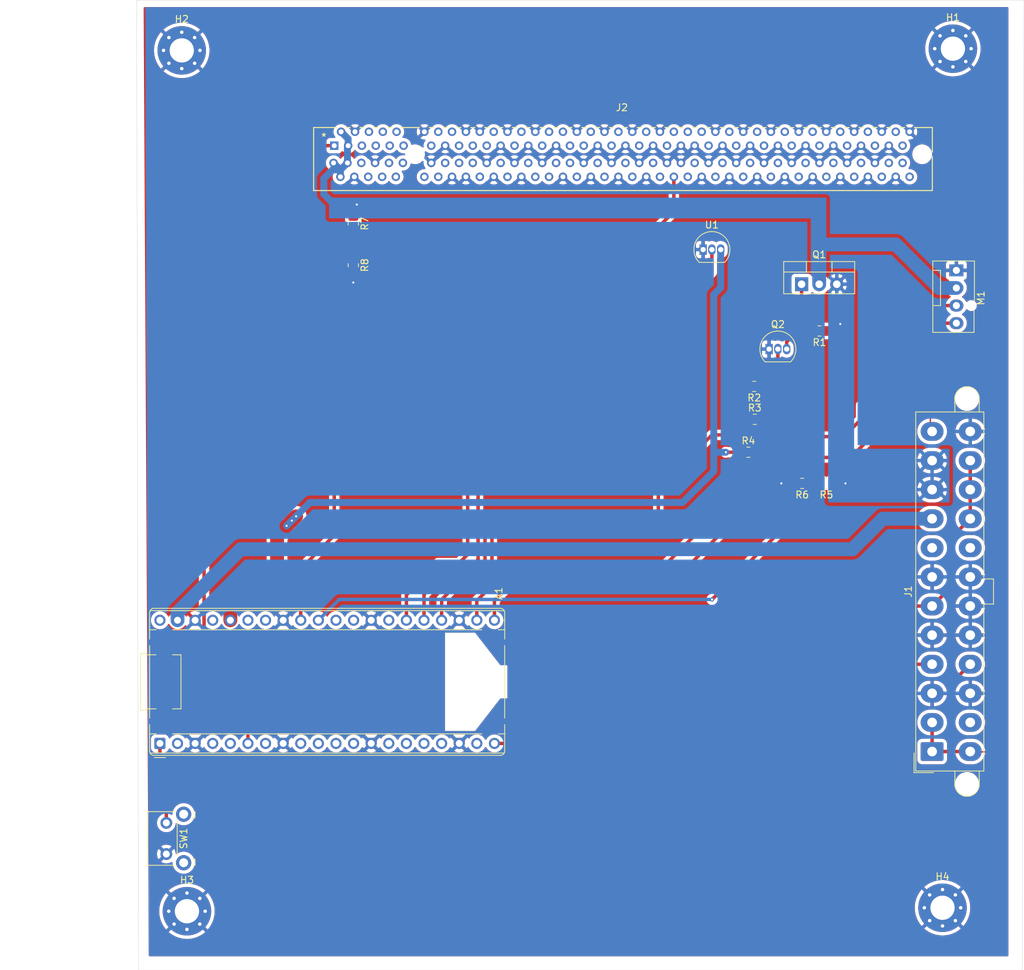
<source format=kicad_pcb>
(kicad_pcb (version 20241229) (generator "pcbnew") (generator_version "9.0")
  (layers (0 "F.Cu" signal) (2 "B.Cu" signal) (13 "F.Paste" user) (15 "B.Paste" user) (5 "F.SilkS" user "F.Silkscreen") (7 "B.SilkS" user "B.Silkscreen") (1 "F.Mask" user) (3 "B.Mask" user) (25 "Edge.Cuts" user))
  (net 0 "")
  (net 1 "+5V")
  (net 2 "+3.3V")
  (net 3 "GND")
  (net 6 "/pwr_on")
  (net 7 "/12v_level")
  (net 9 "/pci_en")
  (net 12 "/temp_sensor")
  (net 15 "/12v_pci_level")
  (net 17 "/presence")
  (net 21 "/device_on")
  (net 24 "/fan_tacho")
  (net 25 "/card_x8_present")
  (net 26 "/fan_pwm")
  (net 27 "Net-(J1-+5V-Pad21)")
  (net 28 "+12V")
  (net 29 "Net-(J1-+3.3V-Pad1)")
  (net 48 "+12V_PCI")
  (net 121 "Net-(Q1-G)")
  (net 122 "Net-(Q2-B)")
  (footprint "MountingHole:MountingHole_3.5mm_Pad_Via" (layer "F.Cu") (at 165 52)
    (property "Reference" "H1")
    (property "Value" "MountingHole_Pad" (hide yes))
  )
  (footprint "pcie_hostless:CONN_87715-9302_MOL" (layer "F.Cu") (at 75.748 66)
    (property "Reference" "J2")
    (property "Value" "877159302" (hide yes))
  )
  (footprint "Resistor_SMD:R_0805_2012Metric" (layer "F.Cu") (at 136.4125 105.5)
    (property "Reference" "R3")
    (property "Value" "1k")
  )
  (footprint "Connector_Molex:Molex_Mini-Fit_Jr_5566-24A2_2x12_P4.20mm_Vertical" (layer "F.Cu") (at 162 153.45 90)
    (property "Reference" "J1")
    (property "Value" "ATX-24")
  )
  (footprint "Package_TO_SOT_THT:TO-92_Inline" (layer "F.Cu") (at 138.48 95.36)
    (property "Reference" "Q2")
    (property "Value" "PN2222A")
  )
  (footprint "Package_TO_SOT_THT:TO-92_Inline" (layer "F.Cu") (at 128.96 81)
    (property "Reference" "U1")
    (property "Value" "DS18B20")
  )
  (footprint "Package_TO_SOT_THT:TO-220-3_Vertical" (layer "F.Cu") (at 143.17 86)
    (property "Reference" "Q1")
    (property "Value" "FQP27P06")
  )
  (footprint "Button_Switch_THT:SW_Tactile_SKHH_Angled" (layer "F.Cu") (at 51.525 168.25 90)
    (property "Reference" "SW1")
    (property "Value" "SW_Push")
  )
  (footprint "MountingHole:MountingHole_3.5mm_Pad_Via" (layer "F.Cu") (at 163.5 176)
    (property "Reference" "H4")
    (property "Value" "MountingHole_Pad" (hide yes))
  )
  (footprint "Connector:FanPinHeader_1x04_P2.54mm_Vertical" (layer "F.Cu") (at 165.5 84 -90)
    (property "Reference" "M1")
    (property "Value" "Fan_4pin")
  )
  (footprint "Module:RaspberryPi_Pico_Common_THT" (layer "F.Cu") (at 50.6 152.28 90)
    (property "Reference" "A1")
    (property "Value" "RaspberryPi_Pico_W")
  )
  (footprint "Resistor_SMD:R_0805_2012Metric" (layer "F.Cu") (at 146.75 114.75 180)
    (property "Reference" "R5")
    (property "Value" "47k")
  )
  (footprint "Resistor_SMD:R_0805_2012Metric" (layer "F.Cu") (at 78.5 77.25 -90)
    (property "Reference" "R7")
    (property "Value" "47k")
  )
  (footprint "Resistor_SMD:R_0805_2012Metric" (layer "F.Cu") (at 143.25 114.75 180)
    (property "Reference" "R6")
    (property "Value" "10k")
  )
  (footprint "MountingHole:MountingHole_3.5mm_Pad_Via" (layer "F.Cu") (at 53.75 52.25)
    (property "Reference" "H2")
    (property "Value" "MountingHole_Pad" (hide yes))
  )
  (footprint "MountingHole:MountingHole_3.5mm_Pad_Via" (layer "F.Cu") (at 54.5 176.5)
    (property "Reference" "H3")
    (property "Value" "MountingHole_Pad" (hide yes))
  )
  (footprint "Resistor_SMD:R_0805_2012Metric" (layer "F.Cu") (at 145.75 92.75 180)
    (property "Reference" "R1")
    (property "Value" "1k")
  )
  (footprint "Resistor_SMD:R_0805_2012Metric" (layer "F.Cu") (at 135.5 110.25)
    (property "Reference" "R4")
    (property "Value" "10k")
  )
  (footprint "Resistor_SMD:R_0805_2012Metric" (layer "F.Cu") (at 136.3375 100.75 180)
    (property "Reference" "R2")
    (property "Value" "10k")
  )
  (footprint "Resistor_SMD:R_0805_2012Metric" (layer "F.Cu") (at 78.5 83.25 -90)
    (property "Reference" "R8")
    (property "Value" "10k")
  )
  (gr_line (start 171.75 101.25) (end 172 151.25) (stroke (width 0.2)) (layer "F.Cu") (net 29))
  (gr_line (start 172 151.25) (end 170.25 153.5) (stroke (width 0.2)) (layer "F.Cu") (net 29))
  (gr_line (start 169.75 99.25) (end 171.75 101.25) (stroke (width 0.2)) (layer "F.Cu") (net 29))
  (gr_line (start 161.75 107) (end 161.75 101.5) (stroke (width 0.2)) (layer "F.Cu") (net 29))
  (gr_line (start 164.25 99.25) (end 169.75 99.25) (stroke (width 0.2)) (layer "F.Cu") (net 29))
  (gr_line (start 161.75 101.5) (end 164.25 99.25) (stroke (width 0.2)) (layer "F.Cu") (net 29))
  (gr_line (start 170.25 153.5) (end 168 153.5) (stroke (width 0.2)) (layer "F.Cu") (net 29))
  (gr_line (start 47.5 185) (end 47.25 45) (stroke (width 0.05)) (layer "Edge.Cuts"))
  (gr_line (start 175.25 45) (end 175 185) (stroke (width 0.05)) (layer "Edge.Cuts"))
  (gr_line (start 175 185) (end 47.5 185) (stroke (width 0.05)) (layer "Edge.Cuts"))
  (gr_line (start 47.25 45) (end 175.25 45) (stroke (width 0.05)) (layer "Edge.Cuts"))
  (segment (start 62.25863 124.25) (end 150.5 124.25) (width 2) (layer "B.Cu") (net 1))
  (segment (start 53.14 134.5) (end 53.14 133.36863) (width 2) (layer "B.Cu") (net 1))
  (segment (start 150.5 124.25) (end 154.9 119.85) (width 2) (layer "B.Cu") (net 1))
  (segment (start 53.14 133.36863) (end 62.25863 124.25) (width 2) (layer "B.Cu") (net 1))
  (segment (start 154.9 119.85) (end 162 119.85) (width 2) (layer "B.Cu") (net 1))
  (segment (start 60.76 132.24) (end 62.5 130.5) (width 2) (layer "F.Cu") (net 2))
  (segment (start 134.5875 110.25) (end 132.25 110.25) (width 0.5) (layer "F.Cu") (net 2))
  (segment (start 60.76 134.5) (end 60.76 132.24) (width 2) (layer "F.Cu") (net 2))
  (segment (start 68.875 120.875) (end 69.625 120.125) (width 2) (layer "F.Cu") (net 2))
  (segment (start 67.5 129) (end 67.5 122.25) (width 2) (layer "F.Cu") (net 2))
  (segment (start 62.5 130.5) (end 64 129) (width 2) (layer "F.Cu") (net 2))
  (segment (start 64 129) (end 67.5 129) (width 2) (layer "F.Cu") (net 2))
  (segment (start 67.5 122.25) (end 68.875 120.875) (width 2) (layer "F.Cu") (net 2))
  (segment (start 69.625 120.125) (end 70.25 119.5) (width 2) (layer "F.Cu") (net 2))
  (via (at 70.25 119.5) (size 0.6) (drill 0.3) (layers "F.Cu" "B.Cu") (net 2))
  (via (at 132.25 110.25) (size 0.6) (drill 0.3) (layers "F.Cu" "B.Cu") (net 2))
  (via (at 68.875 120.875) (size 0.6) (drill 0.3) (layers "F.Cu" "B.Cu") (net 2))
  (via (at 69.625 120.125) (size 0.6) (drill 0.3) (layers "F.Cu" "B.Cu") (net 2))
  (segment (start 130.5 110.25) (end 130.5 87.5) (width 1) (layer "B.Cu") (net 2))
  (segment (start 68.875 120.875) (end 72.25 117.5) (width 1) (layer "B.Cu") (net 2))
  (segment (start 130.5 87.5) (end 131.5 86.5) (width 1) (layer "B.Cu") (net 2))
  (segment (start 72.25 117.5) (end 126 117.5) (width 1) (layer "B.Cu") (net 2))
  (segment (start 130.5 113) (end 130.5 110.25) (width 1) (layer "B.Cu") (net 2))
  (segment (start 131.5 86.5) (end 131.5 81) (width 1) (layer "B.Cu") (net 2))
  (segment (start 126 117.5) (end 130.5 113) (width 1) (layer "B.Cu") (net 2))
  (segment (start 130.5 110.25) (end 132.25 110.25) (width 1) (layer "B.Cu") (net 2))
  (segment (start 78.5 84.1625) (end 78.5 85.75) (width 0.5) (layer "F.Cu") (net 3))
  (segment (start 142.3375 114.75) (end 140.25 114.75) (width 0.5) (layer "F.Cu") (net 3))
  (via (at 78.5 85.75) (size 0.6) (drill 0.3) (layers "F.Cu" "B.Cu") (net 3))
  (via (at 140.25 114.75) (size 0.6) (drill 0.3) (layers "F.Cu" "B.Cu") (net 3))
  (segment (start 165.35 143) (end 167.5 140.85) (width 0.5) (layer "F.Cu") (net 6))
  (segment (start 148.22 152.28) (end 157.5 143) (width 0.5) (layer "F.Cu") (net 6))
  (segment (start 98.86 152.28) (end 148.22 152.28) (width 0.5) (layer "F.Cu") (net 6))
  (segment (start 157.5 143) (end 165.35 143) (width 0.5) (layer "F.Cu") (net 6))
  (segment (start 145.25 116.5) (end 145.25 115) (width 0.5) (layer "F.Cu") (net 7))
  (segment (start 145 114.75) (end 145.8375 114.75) (width 0.5) (layer "F.Cu") (net 7))
  (segment (start 145.25 115) (end 145 114.75) (width 0.5) (layer "F.Cu") (net 7))
  (segment (start 130.25 131.5) (end 145.25 116.5) (width 0.5) (layer "F.Cu") (net 7))
  (segment (start 144.1625 114.75) (end 145 114.75) (width 0.5) (layer "F.Cu") (net 7))
  (via (at 130.25 131.5) (size 0.6) (drill 0.3) (layers "F.Cu" "B.Cu") (net 7))
  (segment (start 76.46 131.5) (end 73.46 134.5) (width 0.5) (layer "B.Cu") (net 7))
  (segment (start 130.25 131.5) (end 76.46 131.5) (width 0.5) (layer "B.Cu") (net 7))
  (segment (start 93.25 129.5) (end 91.25 131.5) (width 0.5) (layer "F.Cu") (net 9))
  (segment (start 96 129.5) (end 98.5 127) (width 0.5) (layer "F.Cu") (net 9))
  (segment (start 134.25 105.5) (end 135.5 105.5) (width 0.5) (layer "F.Cu") (net 9))
  (segment (start 133.5 106.75) (end 133.5 106.25) (width 0.5) (layer "F.Cu") (net 9))
  (segment (start 98.5 122) (end 100.25 120.25) (width 0.5) (layer "F.Cu") (net 9))
  (segment (start 130.25 107.75) (end 132.5 107.75) (width 0.5) (layer "F.Cu") (net 9))
  (segment (start 91.24 132.76) (end 91.24 134.5) (width 0.5) (layer "F.Cu") (net 9))
  (segment (start 133.5 106.25) (end 134.25 105.5) (width 0.5) (layer "F.Cu") (net 9))
  (segment (start 91.25 131.5) (end 91.25 132.75) (width 0.5) (layer "F.Cu") (net 9))
  (segment (start 91.25 132.75) (end 91.24 132.76) (width 0.5) (layer "F.Cu") (net 9))
  (segment (start 132.5 107.75) (end 133.5 106.75) (width 0.5) (layer "F.Cu") (net 9))
  (segment (start 122.5 115.5) (end 130.25 107.75) (width 0.5) (layer "F.Cu") (net 9))
  (segment (start 93.25 129.5) (end 96 129.5) (width 0.5) (layer "F.Cu") (net 9))
  (segment (start 100.25 120.25) (end 122 120.25) (width 0.5) (layer "F.Cu") (net 9))
  (segment (start 122.5 119.75) (end 122.5 115.5) (width 0.5) (layer "F.Cu") (net 9))
  (segment (start 122 120.25) (end 122.5 119.75) (width 0.5) (layer "F.Cu") (net 9))
  (segment (start 98.5 127) (end 98.5 122) (width 0.5) (layer "F.Cu") (net 9))
  (segment (start 98.25 112.75) (end 100.25 110.75) (width 0.5) (layer "F.Cu") (net 12))
  (segment (start 92 127.5) (end 94.75 127.5) (width 0.5) (layer "F.Cu") (net 12))
  (segment (start 94.75 127.5) (end 96.5 125.75) (width 0.5) (layer "F.Cu") (net 12))
  (segment (start 115 110.75) (end 118 107.75) (width 0.5) (layer "F.Cu") (net 12))
  (segment (start 98.25 114.25) (end 98.25 112.75) (width 0.5) (layer "F.Cu") (net 12))
  (segment (start 125.75 88.75) (end 130.23 84.27) (width 0.5) (layer "F.Cu") (net 12))
  (segment (start 118 101.5) (end 125.75 93.75) (width 0.5) (layer "F.Cu") (net 12))
  (segment (start 96.5 116) (end 98.25 114.25) (width 0.5) (layer "F.Cu") (net 12))
  (segment (start 118 107.75) (end 118 101.5) (width 0.5) (layer "F.Cu") (net 12))
  (segment (start 96.5 125.75) (end 96.5 116) (width 0.5) (layer "F.Cu") (net 12))
  (segment (start 88.7 130.8) (end 92 127.5) (width 0.5) (layer "F.Cu") (net 12))
  (segment (start 88.7 134.5) (end 88.7 130.8) (width 0.5) (layer "F.Cu") (net 12))
  (segment (start 130.23 84.27) (end 130.23 81) (width 0.5) (layer "F.Cu") (net 12))
  (segment (start 125.75 93.75) (end 125.75 88.75) (width 0.5) (layer "F.Cu") (net 12))
  (segment (start 100.25 110.75) (end 115 110.75) (width 0.5) (layer "F.Cu") (net 12))
  (segment (start 75.75 82) (end 75.75 122.25) (width 0.5) (layer "F.Cu") (net 15))
  (segment (start 75.75 122.25) (end 70.92 127.08) (width 0.5) (layer "F.Cu") (net 15))
  (segment (start 78.5 80) (end 77.75 80) (width 0.5) (layer "F.Cu") (net 15))
  (segment (start 77.75 80) (end 75.75 82) (width 0.5) (layer "F.Cu") (net 15))
  (segment (start 70.92 127.08) (end 70.92 134.5) (width 0.5) (layer "F.Cu") (net 15))
  (segment (start 78.5 80) (end 78.5 82.3375) (width 0.5) (layer "F.Cu") (net 15))
  (segment (start 78.5 78.1625) (end 78.5 80) (width 0.5) (layer "F.Cu") (net 15))
  (segment (start 56.969 140.219) (end 56.969 122.781) (width 0.5) (layer "F.Cu") (net 17))
  (segment (start 68.5 66) (end 75.748 66) (width 0.5) (layer "F.Cu") (net 17))
  (segment (start 66.5 113.25) (end 66.5 68) (width 0.5) (layer "F.Cu") (net 17))
  (segment (start 56.969 122.781) (end 66.5 113.25) (width 0.5) (layer "F.Cu") (net 17))
  (segment (start 63.3 146.55) (end 56.969 140.219) (width 0.5) (layer "F.Cu") (net 17))
  (segment (start 63.3 152.28) (end 63.3 146.55) (width 0.5) (layer "F.Cu") (net 17))
  (segment (start 66.5 68) (end 68.5 66) (width 0.5) (layer "F.Cu") (net 17))
  (segment (start 51.525 163.75) (end 51.525 160.525) (width 0.5) (layer "F.Cu") (net 21))
  (segment (start 51.525 160.525) (end 50.6 159.6) (width 0.5) (layer "F.Cu") (net 21))
  (segment (start 50.6 159.6) (end 50.6 152.28) (width 0.5) (layer "F.Cu") (net 21))
  (segment (start 139.75 108) (end 149.25 108) (width 0.5) (layer "F.Cu") (net 24))
  (segment (start 151.75 103.5) (end 157 98.25) (width 0.5) (layer "F.Cu") (net 24))
  (segment (start 131.5 119) (end 131 119) (width 0.5) (layer "F.Cu") (net 24))
  (segment (start 101 127) (end 96.32 131.68) (width 0.5) (layer "F.Cu") (net 24))
  (segment (start 123 127) (end 101 127) (width 0.5) (layer "F.Cu") (net 24))
  (segment (start 136.4125 110.25) (end 136.4125 114.0875) (width 0.5) (layer "F.Cu") (net 24))
  (segment (start 158.42 89.08) (end 165.5 89.08) (width 0.5) (layer "F.Cu") (net 24))
  (segment (start 151.75 105.5) (end 151.75 103.5) (width 0.5) (layer "F.Cu") (net 24))
  (segment (start 137.5 110.25) (end 139.75 108) (width 0.5) (layer "F.Cu") (net 24))
  (segment (start 157 90.5) (end 158.42 89.08) (width 0.5) (layer "F.Cu") (net 24))
  (segment (start 96.32 131.68) (end 96.32 134.5) (width 0.5) (layer "F.Cu") (net 24))
  (segment (start 157 98.25) (end 157 90.5) (width 0.5) (layer "F.Cu") (net 24))
  (segment (start 136.4125 114.0875) (end 131.5 119) (width 0.5) (layer "F.Cu") (net 24))
  (segment (start 136.4125 110.25) (end 137.5 110.25) (width 0.5) (layer "F.Cu") (net 24))
  (segment (start 131 119) (end 123 127) (width 0.5) (layer "F.Cu") (net 24))
  (segment (start 149.25 108) (end 151.75 105.5) (width 0.5) (layer "F.Cu") (net 24))
  (segment (start 114 109.25) (end 116 107.25) (width 0.5) (layer "F.Cu") (net 25))
  (segment (start 116 107.25) (end 116 84.25) (width 0.5) (layer "F.Cu") (net 25))
  (segment (start 93.75 126.25) (end 95 125) (width 0.5) (layer "F.Cu") (net 25))
  (segment (start 124.75 75.5) (end 124.7446 75.4946) (width 0.5) (layer "F.Cu") (net 25))
  (segment (start 86.16 130.84) (end 90.75 126.25) (width 0.5) (layer "F.Cu") (net 25))
  (segment (start 116 84.25) (end 124.75 75.5) (width 0.5) (layer "F.Cu") (net 25))
  (segment (start 90.75 126.25) (end 93.75 126.25) (width 0.5) (layer "F.Cu") (net 25))
  (segment (start 124.7446 75.4946) (end 124.7446 70.4958) (width 0.5) (layer "F.Cu") (net 25))
  (segment (start 95 125) (end 95 113.25) (width 0.5) (layer "F.Cu") (net 25))
  (segment (start 95 113.25) (end 99 109.25) (width 0.5) (layer "F.Cu") (net 25))
  (segment (start 99 109.25) (end 114 109.25) (width 0.5) (layer "F.Cu") (net 25))
  (segment (start 86.16 134.5) (end 86.16 130.84) (width 0.5) (layer "F.Cu") (net 25))
  (segment (start 165.5 91.62) (end 159.88 91.62) (width 0.5) (layer "F.Cu") (net 26))
  (segment (start 139.25 111) (end 137.75 112.5) (width 0.5) (layer "F.Cu") (net 26))
  (segment (start 137.75 115.75) (end 123.75 129.75) (width 0.5) (layer "F.Cu") (net 26))
  (segment (start 137.75 112.5) (end 137.75 115.75) (width 0.5) (layer "F.Cu") (net 26))
  (segment (start 159.25 99.25) (end 153.75 104.75) (width 0.5) (layer "F.Cu") (net 26))
  (segment (start 98.86 131.64) (end 98.86 134.5) (width 0.5) (layer "F.Cu") (net 26))
  (segment (start 159.88 91.62) (end 159.25 92.25) (width 0.5) (layer "F.Cu") (net 26))
  (segment (start 150.25 111) (end 139.25 111) (width 0.5) (layer "F.Cu") (net 26))
  (segment (start 153.75 104.75) (end 153.75 107.5) (width 0.5) (layer "F.Cu") (net 26))
  (segment (start 123.75 129.75) (end 100.75 129.75) (width 0.5) (layer "F.Cu") (net 26))
  (segment (start 100.75 129.75) (end 98.86 131.64) (width 0.5) (layer "F.Cu") (net 26))
  (segment (start 159.25 92.25) (end 159.25 99.25) (width 0.5) (layer "F.Cu") (net 26))
  (segment (start 153.75 107.5) (end 150.25 111) (width 0.5) (layer "F.Cu") (net 26))
  (segment (start 164.75 122.6) (end 164.75 129.7) (width 0.5) (layer "F.Cu") (net 27))
  (segment (start 162 140.85) (end 158.1 140.85) (width 0.5) (layer "F.Cu") (net 27))
  (segment (start 164.75 129.7) (end 162 132.45) (width 0.5) (layer "F.Cu") (net 27))
  (segment (start 157 133.25) (end 157.8 132.45) (width 0.5) (layer "F.Cu") (net 27))
  (segment (start 167.5 119.85) (end 164.75 122.6) (width 0.5) (layer "F.Cu") (net 27))
  (segment (start 167.5 119.85) (end 167.5 115.65) (width 0.5) (layer "F.Cu") (net 27))
  (segment (start 167.5 111.45) (end 167.5 115.65) (width 0.5) (layer "F.Cu") (net 27))
  (segment (start 157 139.75) (end 157 133.25) (width 0.5) (layer "F.Cu") (net 27))
  (segment (start 157.8 132.45) (end 162 132.45) (width 0.5) (layer "F.Cu") (net 27))
  (segment (start 158.1 140.85) (end 157 139.75) (width 0.5) (layer "F.Cu") (net 27))
  (segment (start 147.6625 114.75) (end 149.5 114.75) (width 0.5) (layer "F.Cu") (net 28))
  (segment (start 146.6625 92.75) (end 147.75 92.75) (width 0.5) (layer "F.Cu") (net 28))
  (segment (start 147.75 92.75) (end 148.75 91.75) (width 0.5) (layer "F.Cu") (net 28))
  (via (at 148.75 91.75) (size 0.6) (drill 0.3) (layers "F.Cu" "B.Cu") (net 28))
  (via (at 149.5 114.75) (size 0.6) (drill 0.3) (layers "F.Cu" "B.Cu") (net 28))
  (segment (start 162.65 115.65) (end 164 117) (width 0.5) (layer "B.Cu") (net 28))
  (segment (start 162.45 111.45) (end 164 113) (width 0.5) (layer "B.Cu") (net 28))
  (segment (start 162.1 115.65) (end 163.75 114) (width 0.5) (layer "B.Cu") (net 28))
  (segment (start 148.25 86) (end 149.5 84.75) (width 0.5) (layer "B.Cu") (net 28))
  (segment (start 162 111.45) (end 162.3 111.45) (width 0.5) (layer "B.Cu") (net 28))
  (segment (start 162 115.65) (end 161.65 115.65) (width 0.5) (layer "B.Cu") (net 28))
  (segment (start 162 115.65) (end 162.1 115.65) (width 0.5) (layer "B.Cu") (net 28))
  (segment (start 162 115.65) (end 161.6 115.65) (width 0.5) (layer "B.Cu") (net 28))
  (segment (start 162 115.65) (end 162.65 115.65) (width 0.5) (layer "B.Cu") (net 28))
  (segment (start 162 111.45) (end 161.7 111.45) (width 0.5) (layer "B.Cu") (net 28))
  (segment (start 162 111.45) (end 162.45 111.45) (width 0.5) (layer "B.Cu") (net 28))
  (segment (start 148.25 86) (end 147.25 85) (width 0.5) (layer "B.Cu") (net 28))
  (segment (start 162 111.45) (end 161.8 111.45) (width 0.5) (layer "B.Cu") (net 28))
  (segment (start 148.25 86) (end 147.25 87) (width 0.5) (layer "B.Cu") (net 28))
  (segment (start 161.6 115.65) (end 160.25 117) (width 0.5) (layer "B.Cu") (net 28))
  (segment (start 161.65 115.65) (end 160.25 114.25) (width 0.5) (layer "B.Cu") (net 28))
  (segment (start 162.3 111.45) (end 163.75 110) (width 0.5) (layer "B.Cu") (net 28))
  (segment (start 161.8 111.45) (end 160.25 113) (width 0.5) (layer "B.Cu") (net 28))
  (segment (start 161.7 111.45) (end 160.25 110) (width 0.5) (layer "B.Cu") (net 28))
  (segment (start 148.25 86) (end 149.5 87.25) (width 0.5) (layer "B.Cu") (net 28))
  (segment (start 162 149.25) (end 162 153.45) (width 0.5) (layer "F.Cu") (net 29))
  (segment (start 167.5 153.45) (end 162 153.45) (width 0.5) (layer "F.Cu") (net 29))
  (segment (start 78.5 75) (end 79 74.5) (width 0.5) (layer "F.Cu") (net 48))
  (segment (start 78.5 76.3375) (end 78.5 75) (width 0.5) (layer "F.Cu") (net 48))
  (via (at 79 74.5) (size 0.6) (drill 0.3) (layers "F.Cu" "B.Cu") (net 48))
  (segment (start 77.653 66.1016) (end 77.7546 66) (width 1) (layer "B.Cu") (net 48))
  (segment (start 77.7546 66) (end 77.7546 65.0094) (width 1) (layer "B.Cu") (net 48))
  (segment (start 165.5 86.54) (end 163.04 86.54) (width 2) (layer "B.Cu") (net 48))
  (segment (start 145.71 83.71) (end 145.5 83.5) (width 2) (layer "B.Cu") (net 48))
  (segment (start 77.653 68.4892) (end 77.653 66.1016) (width 1) (layer "B.Cu") (net 48))
  (segment (start 163.04 86.54) (end 157.25 80.75) (width 2) (layer "B.Cu") (net 48))
  (segment (start 76.637 70.4958) (end 76.637 69.4798) (width 1) (layer "B.Cu") (net 48))
  (segment (start 76.637 69.4798) (end 75.5202 69.4798) (width 1) (layer "B.Cu") (net 48))
  (segment (start 75.5202 69.4798) (end 74.25 70.75) (width 1) (layer "B.Cu") (net 48))
  (segment (start 76.637 69.4798) (end 75.6464 68.4892) (width 1) (layer "B.Cu") (net 48))
  (segment (start 74.25 70.75) (end 74.25 73) (width 1) (layer "B.Cu") (net 48))
  (segment (start 156.75 80.25) (end 145.75 80.25) (width 2) (layer "B.Cu") (net 48))
  (segment (start 76.637 69.4798) (end 76.6624 69.4798) (width 1) (layer "B.Cu") (net 48))
  (segment (start 74.25 73) (end 75.75 74.5) (width 1) (layer "B.Cu") (net 48))
  (segment (start 77.7546 65.0094) (end 76.7386 63.9934) (width 1) (layer "B.Cu") (net 48))
  (segment (start 157.25 80.75) (end 156.75 80.25) (width 2) (layer "B.Cu") (net 48))
  (segment (start 145.71 86) (end 145.71 83.71) (width 2) (layer "B.Cu") (net 48))
  (segment (start 76.6624 69.4798) (end 77.653 68.4892) (width 1) (layer "B.Cu") (net 48))
  (segment (start 143.75 92.75) (end 143.17 92.17) (width 0.5) (layer "F.Cu") (net 121))
  (segment (start 141.02 95.36) (end 141.02 94.32) (width 0.5) (layer "F.Cu") (net 121))
  (segment (start 143.17 92.17) (end 143.17 86) (width 0.5) (layer "F.Cu") (net 121))
  (segment (start 141.02 94.32) (end 143.17 92.17) (width 0.5) (layer "F.Cu") (net 121))
  (segment (start 144.8375 92.75) (end 143.75 92.75) (width 0.5) (layer "F.Cu") (net 121))
  (segment (start 138.75 100.75) (end 139.75 99.75) (width 0.5) (layer "F.Cu") (net 122))
  (segment (start 137.25 105.425) (end 137.325 105.5) (width 0.5) (layer "F.Cu") (net 122))
  (segment (start 137.25 100.75) (end 137.25 105.425) (width 0.5) (layer "F.Cu") (net 122))
  (segment (start 137.25 100.75) (end 138.75 100.75) (width 0.5) (layer "F.Cu") (net 122))
  (segment (start 139.75 99.75) (end 139.75 95.36) (width 0.5) (layer "F.Cu") (net 122))
  (zone (net 3) (net_name "GND") (layer "F.Cu") (priority 3) (connect_pads (clearance 0.5)) (min_thickness 0.25) (fill yes (thermal_gap 0.5) (thermal_bridge_width 0.5))
    (polygon (pts (xy 48.25 46) (xy 173 46) (xy 173 183) (xy 49 183)))
  )
  (zone (net 48) (net_name "+12V_PCI") (layer "B.Cu") (priority 2) (connect_pads (clearance 0.5)) (min_thickness 0.25) (fill yes (thermal_gap 0.5) (thermal_bridge_width 0.5))
    (polygon (pts (xy 146.75 87.25) (xy 146.75 73.5) (xy 75 73.5) (xy 75 76.5) (xy 144.5 76.5) (xy 144.5 87.25)))
  )
  (zone (net 3) (net_name "GND") (layer "B.Cu") (connect_pads (clearance 0.5)) (min_thickness 0.25) (fill yes (thermal_gap 0.5) (thermal_bridge_width 0.5))
    (polygon (pts (xy 49 183) (xy 48.5 46) (xy 173 46) (xy 173 183)))
  )
  (zone (net 28) (net_name "+12V") (layer "B.Cu") (priority 1) (connect_pads (clearance 0.5)) (min_thickness 0.25) (fill yes (thermal_gap 0.5) (thermal_bridge_width 0.5))
    (polygon (pts (xy 164.5 117.5) (xy 147 117.5) (xy 147 84.25) (xy 150.75 84.25) (xy 150.75 109.75) (xy 164.5 109.75)))
  )
)
</source>
